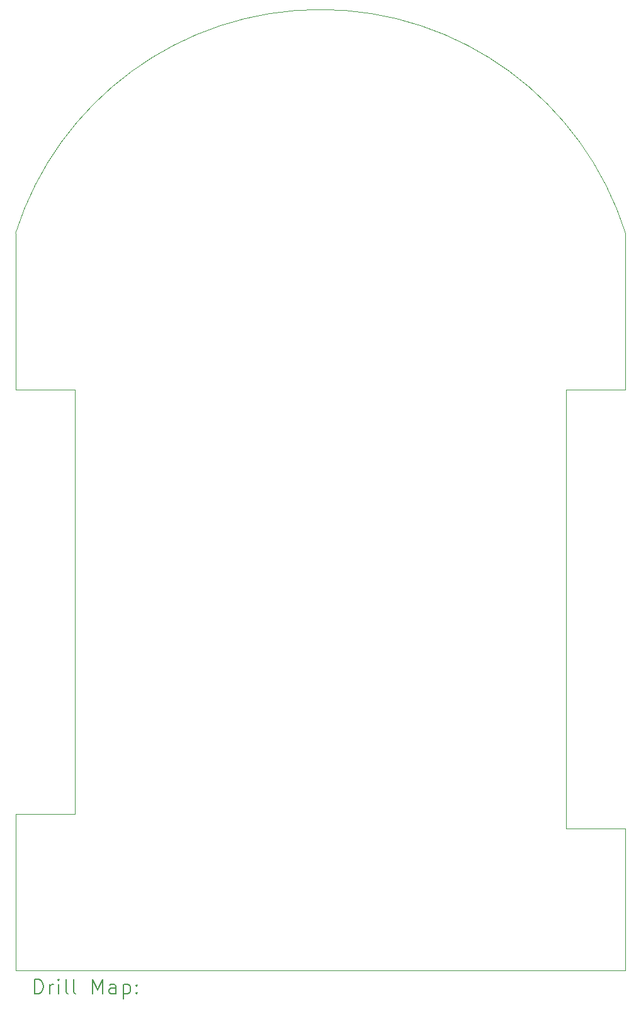
<source format=gbr>
%TF.GenerationSoftware,KiCad,Pcbnew,7.0.10*%
%TF.CreationDate,2024-02-15T01:50:33-05:00*%
%TF.ProjectId,A_Micromouse_Team_PCB_Rev1,415f4d69-6372-46f6-9d6f-7573655f5465,rev?*%
%TF.SameCoordinates,Original*%
%TF.FileFunction,Drillmap*%
%TF.FilePolarity,Positive*%
%FSLAX45Y45*%
G04 Gerber Fmt 4.5, Leading zero omitted, Abs format (unit mm)*
G04 Created by KiCad (PCBNEW 7.0.10) date 2024-02-15 01:50:33*
%MOMM*%
%LPD*%
G01*
G04 APERTURE LIST*
%ADD10C,0.100000*%
%ADD11C,0.200000*%
G04 APERTURE END LIST*
D10*
X18600000Y-7500000D02*
G75*
G03*
X10400000Y-7500000I-4100000J-1300000D01*
G01*
X10400000Y-9600000D02*
X10400000Y-7500000D01*
X11200000Y-9600000D02*
X10400000Y-9600000D01*
X11200000Y-15300000D02*
X11200000Y-9600000D01*
X10400000Y-15300000D02*
X11200000Y-15300000D01*
X10400000Y-17400000D02*
X10400000Y-15300000D01*
X18600000Y-17400000D02*
X10400000Y-17400000D01*
X18600000Y-17300000D02*
X18600000Y-17400000D01*
X18600000Y-9600000D02*
X18600000Y-7500000D01*
X17800000Y-9600000D02*
X18600000Y-9600000D01*
X17800000Y-15500000D02*
X17800000Y-9600000D01*
X18600000Y-15500000D02*
X17800000Y-15500000D01*
X18600000Y-17300000D02*
X18600000Y-15500000D01*
D11*
X10655777Y-17716484D02*
X10655777Y-17516484D01*
X10655777Y-17516484D02*
X10703396Y-17516484D01*
X10703396Y-17516484D02*
X10731967Y-17526008D01*
X10731967Y-17526008D02*
X10751015Y-17545055D01*
X10751015Y-17545055D02*
X10760539Y-17564103D01*
X10760539Y-17564103D02*
X10770063Y-17602198D01*
X10770063Y-17602198D02*
X10770063Y-17630770D01*
X10770063Y-17630770D02*
X10760539Y-17668865D01*
X10760539Y-17668865D02*
X10751015Y-17687912D01*
X10751015Y-17687912D02*
X10731967Y-17706960D01*
X10731967Y-17706960D02*
X10703396Y-17716484D01*
X10703396Y-17716484D02*
X10655777Y-17716484D01*
X10855777Y-17716484D02*
X10855777Y-17583150D01*
X10855777Y-17621246D02*
X10865301Y-17602198D01*
X10865301Y-17602198D02*
X10874824Y-17592674D01*
X10874824Y-17592674D02*
X10893872Y-17583150D01*
X10893872Y-17583150D02*
X10912920Y-17583150D01*
X10979586Y-17716484D02*
X10979586Y-17583150D01*
X10979586Y-17516484D02*
X10970063Y-17526008D01*
X10970063Y-17526008D02*
X10979586Y-17535531D01*
X10979586Y-17535531D02*
X10989110Y-17526008D01*
X10989110Y-17526008D02*
X10979586Y-17516484D01*
X10979586Y-17516484D02*
X10979586Y-17535531D01*
X11103396Y-17716484D02*
X11084348Y-17706960D01*
X11084348Y-17706960D02*
X11074824Y-17687912D01*
X11074824Y-17687912D02*
X11074824Y-17516484D01*
X11208158Y-17716484D02*
X11189110Y-17706960D01*
X11189110Y-17706960D02*
X11179586Y-17687912D01*
X11179586Y-17687912D02*
X11179586Y-17516484D01*
X11436729Y-17716484D02*
X11436729Y-17516484D01*
X11436729Y-17516484D02*
X11503396Y-17659341D01*
X11503396Y-17659341D02*
X11570062Y-17516484D01*
X11570062Y-17516484D02*
X11570062Y-17716484D01*
X11751015Y-17716484D02*
X11751015Y-17611722D01*
X11751015Y-17611722D02*
X11741491Y-17592674D01*
X11741491Y-17592674D02*
X11722443Y-17583150D01*
X11722443Y-17583150D02*
X11684348Y-17583150D01*
X11684348Y-17583150D02*
X11665301Y-17592674D01*
X11751015Y-17706960D02*
X11731967Y-17716484D01*
X11731967Y-17716484D02*
X11684348Y-17716484D01*
X11684348Y-17716484D02*
X11665301Y-17706960D01*
X11665301Y-17706960D02*
X11655777Y-17687912D01*
X11655777Y-17687912D02*
X11655777Y-17668865D01*
X11655777Y-17668865D02*
X11665301Y-17649817D01*
X11665301Y-17649817D02*
X11684348Y-17640293D01*
X11684348Y-17640293D02*
X11731967Y-17640293D01*
X11731967Y-17640293D02*
X11751015Y-17630770D01*
X11846253Y-17583150D02*
X11846253Y-17783150D01*
X11846253Y-17592674D02*
X11865301Y-17583150D01*
X11865301Y-17583150D02*
X11903396Y-17583150D01*
X11903396Y-17583150D02*
X11922443Y-17592674D01*
X11922443Y-17592674D02*
X11931967Y-17602198D01*
X11931967Y-17602198D02*
X11941491Y-17621246D01*
X11941491Y-17621246D02*
X11941491Y-17678389D01*
X11941491Y-17678389D02*
X11931967Y-17697436D01*
X11931967Y-17697436D02*
X11922443Y-17706960D01*
X11922443Y-17706960D02*
X11903396Y-17716484D01*
X11903396Y-17716484D02*
X11865301Y-17716484D01*
X11865301Y-17716484D02*
X11846253Y-17706960D01*
X12027205Y-17697436D02*
X12036729Y-17706960D01*
X12036729Y-17706960D02*
X12027205Y-17716484D01*
X12027205Y-17716484D02*
X12017682Y-17706960D01*
X12017682Y-17706960D02*
X12027205Y-17697436D01*
X12027205Y-17697436D02*
X12027205Y-17716484D01*
X12027205Y-17592674D02*
X12036729Y-17602198D01*
X12036729Y-17602198D02*
X12027205Y-17611722D01*
X12027205Y-17611722D02*
X12017682Y-17602198D01*
X12017682Y-17602198D02*
X12027205Y-17592674D01*
X12027205Y-17592674D02*
X12027205Y-17611722D01*
M02*

</source>
